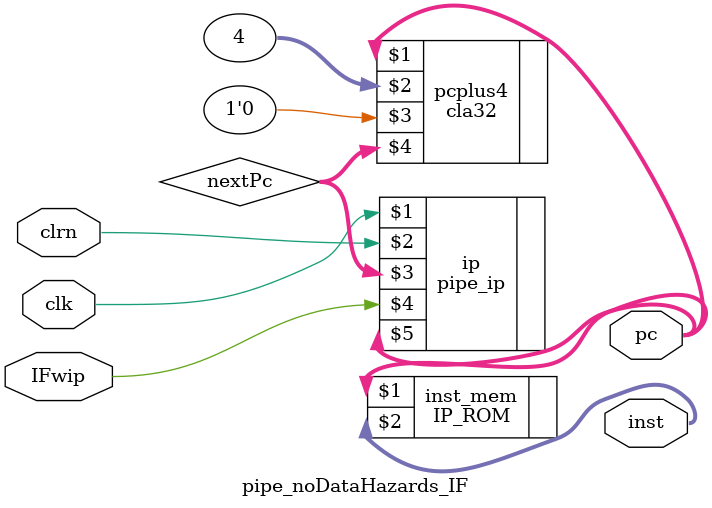
<source format=v>
`timescale 1ns / 1ps
module pipe_noDataHazards_IF(IFwip,clk,clrn,
									  inst,pc
    );
	 input IFwip,clk,clrn;
	 output [31:0] inst;
	 output [31:0] pc;
	 
	 wire [31:0] nextPc;
	 //wire [31:0] pc;
	 
	 pipe_ip ip(clk,clrn,nextPc,IFwip,pc);
	 cla32 pcplus4(pc,32'h4,1'b0,nextPc);
	 IP_ROM inst_mem(pc,inst);
	 
endmodule

</source>
